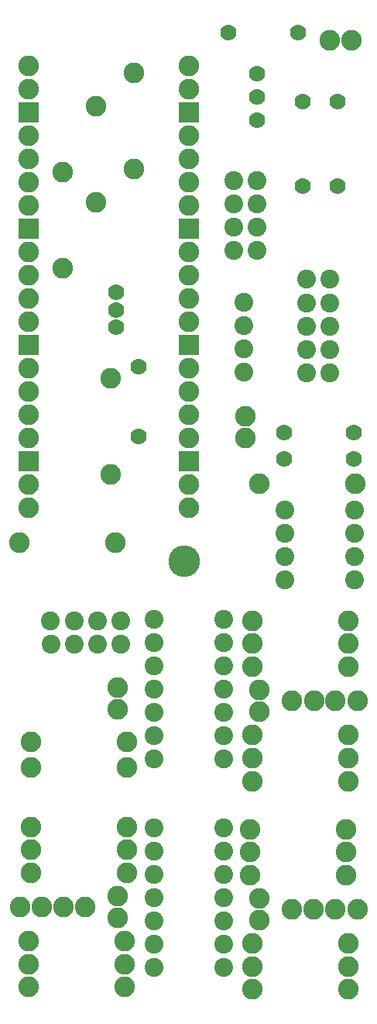
<source format=gbr>
G04 DesignSpark PCB Gerber Version 9.0 Build 5138 *
%FSLAX35Y35*%
%MOMM*%
%ADD90R,2.25400X2.25400*%
%ADD71C,1.77800*%
%ADD138C,2.05400*%
%ADD20C,2.25400*%
%ADD130C,3.45400*%
X0Y0D02*
D02*
D71*
X1240240Y7546740D03*
Y7737240D03*
Y7927740D03*
X1482740Y6353240D03*
Y7115240D03*
X2470740Y10765240D03*
X2782740Y9811240D03*
Y10065240D03*
Y10319240D03*
X3073240Y6111740D03*
Y6396740D03*
X3232740Y10765240D03*
X3282740Y9090240D03*
Y10015240D03*
X3663740Y9090240D03*
Y10015240D03*
X3835240Y6111740D03*
Y6396740D03*
D02*
D20*
X180740Y5190240D03*
X187740Y1215240D03*
X280740Y340240D03*
Y590240D03*
Y840240D03*
X283800Y5575240D03*
Y5829240D03*
Y6337240D03*
Y6591240D03*
Y6845240D03*
Y7099240D03*
Y7607240D03*
Y7861240D03*
Y8115240D03*
Y8369240D03*
Y8877240D03*
Y9131240D03*
Y9385240D03*
Y9639240D03*
Y10147240D03*
Y10401240D03*
X305740Y1590240D03*
Y1840240D03*
Y2090240D03*
Y2740240D03*
Y3015240D03*
X427740Y1215240D03*
X657740Y8188240D03*
Y9238240D03*
X662740Y1215240D03*
X902740D03*
X1020240Y8909740D03*
Y9959740D03*
X1182740Y5938240D03*
Y6988240D03*
X1230740Y5190240D03*
X1257740Y1095240D03*
Y1335240D03*
X1259740Y3370240D03*
Y3610240D03*
X1330740Y340240D03*
Y590240D03*
Y840240D03*
X1355740Y1590240D03*
Y1840240D03*
Y2090240D03*
Y2740240D03*
Y3015240D03*
X1432740Y9274740D03*
Y10324740D03*
X2033800Y5575240D03*
Y5829240D03*
Y6337240D03*
Y6591240D03*
Y6845240D03*
Y7099240D03*
Y7607240D03*
Y7861240D03*
Y8115240D03*
Y8369240D03*
Y8877240D03*
Y9131240D03*
Y9385240D03*
Y9639240D03*
Y10147240D03*
Y10401240D03*
X2650240Y6336740D03*
Y6576740D03*
X2705740Y1565240D03*
Y1815240D03*
Y2065240D03*
X2730740Y315240D03*
Y565240D03*
Y815240D03*
Y2590240D03*
Y2840240D03*
Y3090240D03*
Y3840240D03*
Y4090240D03*
Y4340240D03*
X2805740Y5840240D03*
X2807740Y1070240D03*
Y1310240D03*
X2809740Y3345240D03*
Y3585240D03*
X3162740Y1190240D03*
X3164740Y3465240D03*
X3402740Y1190240D03*
X3404740Y3465240D03*
X3575240Y10676740D03*
X3637740Y1190240D03*
X3639740Y3465240D03*
X3755740Y1565240D03*
Y1815240D03*
Y2065240D03*
X3780740Y315240D03*
Y565240D03*
Y815240D03*
Y2590240D03*
Y2840240D03*
Y3090240D03*
Y3840240D03*
Y4090240D03*
Y4340240D03*
X3815240Y10676740D03*
X3855740Y5840240D03*
X3877740Y1190240D03*
X3879740Y3465240D03*
D02*
D90*
X283800Y6083240D03*
Y7353240D03*
Y8623240D03*
Y9893240D03*
X2033800Y6083240D03*
Y7353240D03*
Y8623240D03*
Y9893240D03*
D02*
D130*
X1982740Y4990240D03*
D02*
D138*
X523740Y4340240D03*
X525240Y4084740D03*
X779240D03*
Y4338740D03*
X1033240Y4084740D03*
Y4338740D03*
X1287240Y4084740D03*
Y4338740D03*
X1652740Y555240D03*
Y809240D03*
Y1063240D03*
Y1317240D03*
Y1571240D03*
Y1825240D03*
Y2079240D03*
X1654740Y2830240D03*
Y3084240D03*
Y3338240D03*
Y3592240D03*
Y3846240D03*
Y4100240D03*
Y4354240D03*
X2414740Y555240D03*
Y809240D03*
Y1063240D03*
Y1317240D03*
Y1571240D03*
Y1825240D03*
Y2079240D03*
X2416740Y2830240D03*
Y3084240D03*
Y3338240D03*
Y3592240D03*
Y3846240D03*
Y4100240D03*
Y4354240D03*
X2527240Y8385740D03*
Y8639740D03*
Y8893740D03*
Y9147740D03*
X2632740Y7053240D03*
Y7307240D03*
Y7561240D03*
Y7815240D03*
X2781240Y8385740D03*
Y8639740D03*
Y8893740D03*
X2782740Y9149240D03*
X3089740Y4784040D03*
Y5038040D03*
Y5292040D03*
Y5546040D03*
X3326240Y7050740D03*
Y7304740D03*
Y7558740D03*
Y7812740D03*
Y8072740D03*
X3580240Y7050740D03*
Y7304740D03*
Y7558740D03*
Y7812740D03*
Y8072740D03*
X3851740Y4784040D03*
Y5038040D03*
Y5292040D03*
Y5546040D03*
X0Y0D02*
M02*

</source>
